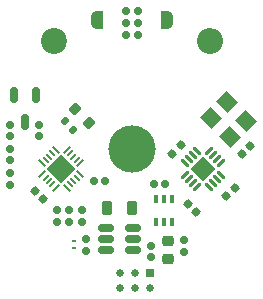
<source format=gts>
G04 #@! TF.GenerationSoftware,KiCad,Pcbnew,8.0.5*
G04 #@! TF.CreationDate,2025-01-04T18:47:14-06:00*
G04 #@! TF.ProjectId,button_transmitter,62757474-6f6e-45f7-9472-616e736d6974,rev?*
G04 #@! TF.SameCoordinates,PX481dea0PY631a57d*
G04 #@! TF.FileFunction,Soldermask,Top*
G04 #@! TF.FilePolarity,Negative*
%FSLAX46Y46*%
G04 Gerber Fmt 4.6, Leading zero omitted, Abs format (unit mm)*
G04 Created by KiCad (PCBNEW 8.0.5) date 2025-01-04 18:47:14*
%MOMM*%
%LPD*%
G01*
G04 APERTURE LIST*
G04 Aperture macros list*
%AMRoundRect*
0 Rectangle with rounded corners*
0 $1 Rounding radius*
0 $2 $3 $4 $5 $6 $7 $8 $9 X,Y pos of 4 corners*
0 Add a 4 corners polygon primitive as box body*
4,1,4,$2,$3,$4,$5,$6,$7,$8,$9,$2,$3,0*
0 Add four circle primitives for the rounded corners*
1,1,$1+$1,$2,$3*
1,1,$1+$1,$4,$5*
1,1,$1+$1,$6,$7*
1,1,$1+$1,$8,$9*
0 Add four rect primitives between the rounded corners*
20,1,$1+$1,$2,$3,$4,$5,0*
20,1,$1+$1,$4,$5,$6,$7,0*
20,1,$1+$1,$6,$7,$8,$9,0*
20,1,$1+$1,$8,$9,$2,$3,0*%
%AMRotRect*
0 Rectangle, with rotation*
0 The origin of the aperture is its center*
0 $1 length*
0 $2 width*
0 $3 Rotation angle, in degrees counterclockwise*
0 Add horizontal line*
21,1,$1,$2,0,0,$3*%
%AMFreePoly0*
4,1,14,0.334644,0.085355,0.385355,0.034644,0.400000,-0.000711,0.400000,-0.050000,0.385355,-0.085355,0.350000,-0.100000,-0.350000,-0.100000,-0.385355,-0.085355,-0.400000,-0.050000,-0.400000,0.050000,-0.385355,0.085355,-0.350000,0.100000,0.299289,0.100000,0.334644,0.085355,0.334644,0.085355,$1*%
%AMFreePoly1*
4,1,14,0.385355,0.085355,0.400000,0.050000,0.400000,0.000711,0.385355,-0.034644,0.334644,-0.085355,0.299289,-0.100000,-0.350000,-0.100000,-0.385355,-0.085355,-0.400000,-0.050000,-0.400000,0.050000,-0.385355,0.085355,-0.350000,0.100000,0.350000,0.100000,0.385355,0.085355,0.385355,0.085355,$1*%
%AMFreePoly2*
4,1,14,0.085355,0.385355,0.100000,0.350000,0.100000,-0.350000,0.085355,-0.385355,0.050000,-0.400000,-0.050000,-0.400000,-0.085355,-0.385355,-0.100000,-0.350000,-0.100000,0.299289,-0.085355,0.334644,-0.034644,0.385355,0.000711,0.400000,0.050000,0.400000,0.085355,0.385355,0.085355,0.385355,$1*%
%AMFreePoly3*
4,1,14,0.034644,0.385355,0.085355,0.334644,0.100000,0.299289,0.100000,-0.350000,0.085355,-0.385355,0.050000,-0.400000,-0.050000,-0.400000,-0.085355,-0.385355,-0.100000,-0.350000,-0.100000,0.350000,-0.085355,0.385355,-0.050000,0.400000,-0.000711,0.400000,0.034644,0.385355,0.034644,0.385355,$1*%
%AMFreePoly4*
4,1,14,0.385355,0.085355,0.400000,0.050000,0.400000,-0.050000,0.385355,-0.085355,0.350000,-0.100000,-0.299289,-0.100000,-0.334644,-0.085355,-0.385355,-0.034644,-0.400000,0.000711,-0.400000,0.050000,-0.385355,0.085355,-0.350000,0.100000,0.350000,0.100000,0.385355,0.085355,0.385355,0.085355,$1*%
%AMFreePoly5*
4,1,14,0.385355,0.085355,0.400000,0.050000,0.400000,-0.050000,0.385355,-0.085355,0.350000,-0.100000,-0.350000,-0.100000,-0.385355,-0.085355,-0.400000,-0.050000,-0.400000,-0.000711,-0.385355,0.034644,-0.334644,0.085355,-0.299289,0.100000,0.350000,0.100000,0.385355,0.085355,0.385355,0.085355,$1*%
%AMFreePoly6*
4,1,14,0.085355,0.385355,0.100000,0.350000,0.100000,-0.299289,0.085355,-0.334644,0.034644,-0.385355,-0.000711,-0.400000,-0.050000,-0.400000,-0.085355,-0.385355,-0.100000,-0.350000,-0.100000,0.350000,-0.085355,0.385355,-0.050000,0.400000,0.050000,0.400000,0.085355,0.385355,0.085355,0.385355,$1*%
%AMFreePoly7*
4,1,14,0.085355,0.385355,0.100000,0.350000,0.100000,-0.350000,0.085355,-0.385355,0.050000,-0.400000,0.000711,-0.400000,-0.034644,-0.385355,-0.085355,-0.334644,-0.100000,-0.299289,-0.100000,0.350000,-0.085355,0.385355,-0.050000,0.400000,0.050000,0.400000,0.085355,0.385355,0.085355,0.385355,$1*%
%AMFreePoly8*
4,1,19,0.500000,-0.750000,0.000000,-0.750000,0.000000,-0.744911,-0.071157,-0.744911,-0.207708,-0.704816,-0.327430,-0.627875,-0.420627,-0.520320,-0.479746,-0.390866,-0.500000,-0.250000,-0.500000,0.250000,-0.479746,0.390866,-0.420627,0.520320,-0.327430,0.627875,-0.207708,0.704816,-0.071157,0.744911,0.000000,0.744911,0.000000,0.750000,0.500000,0.750000,0.500000,-0.750000,0.500000,-0.750000,
$1*%
G04 Aperture macros list end*
%ADD10R,0.635000X0.635000*%
%ADD11C,0.635000*%
%ADD12RoundRect,0.150000X0.035355X-0.247487X0.247487X-0.035355X-0.035355X0.247487X-0.247487X0.035355X0*%
%ADD13RoundRect,0.150000X-0.200000X0.150000X-0.200000X-0.150000X0.200000X-0.150000X0.200000X0.150000X0*%
%ADD14RoundRect,0.150000X0.200000X-0.150000X0.200000X0.150000X-0.200000X0.150000X-0.200000X-0.150000X0*%
%ADD15RoundRect,0.150000X0.150000X0.200000X-0.150000X0.200000X-0.150000X-0.200000X0.150000X-0.200000X0*%
%ADD16RoundRect,0.062500X-0.112500X0.062500X-0.112500X-0.062500X0.112500X-0.062500X0.112500X0.062500X0*%
%ADD17RoundRect,0.225000X-0.250000X0.225000X-0.250000X-0.225000X0.250000X-0.225000X0.250000X0.225000X0*%
%ADD18C,2.200000*%
%ADD19O,2.200000X2.200000*%
%ADD20FreePoly0,45.000000*%
%ADD21RoundRect,0.050000X-0.212132X-0.282843X0.282843X0.212132X0.212132X0.282843X-0.282843X-0.212132X0*%
%ADD22FreePoly1,45.000000*%
%ADD23FreePoly2,45.000000*%
%ADD24RoundRect,0.050000X0.212132X-0.282843X0.282843X-0.212132X-0.212132X0.282843X-0.282843X0.212132X0*%
%ADD25FreePoly3,45.000000*%
%ADD26FreePoly4,45.000000*%
%ADD27FreePoly5,45.000000*%
%ADD28FreePoly6,45.000000*%
%ADD29FreePoly7,45.000000*%
%ADD30RotRect,1.700000X1.700000X45.000000*%
%ADD31RoundRect,0.218750X0.218750X0.381250X-0.218750X0.381250X-0.218750X-0.381250X0.218750X-0.381250X0*%
%ADD32RoundRect,0.150000X-0.247487X-0.035355X-0.035355X-0.247487X0.247487X0.035355X0.035355X0.247487X0*%
%ADD33C,4.000000*%
%ADD34RoundRect,0.100000X0.100000X-0.225000X0.100000X0.225000X-0.100000X0.225000X-0.100000X-0.225000X0*%
%ADD35RoundRect,0.150000X0.247487X0.035355X0.035355X0.247487X-0.247487X-0.035355X-0.035355X-0.247487X0*%
%ADD36RotRect,1.400000X1.200000X315.000000*%
%ADD37RoundRect,0.150000X-0.035355X0.247487X-0.247487X0.035355X0.035355X-0.247487X0.247487X-0.035355X0*%
%ADD38RoundRect,0.150000X-0.150000X0.512500X-0.150000X-0.512500X0.150000X-0.512500X0.150000X0.512500X0*%
%ADD39RoundRect,0.062500X0.220971X0.309359X-0.309359X-0.220971X-0.220971X-0.309359X0.309359X0.220971X0*%
%ADD40RoundRect,0.062500X-0.220971X0.309359X-0.309359X0.220971X0.220971X-0.309359X0.309359X-0.220971X0*%
%ADD41RotRect,1.450000X1.450000X225.000000*%
%ADD42RoundRect,0.150000X-0.512500X-0.150000X0.512500X-0.150000X0.512500X0.150000X-0.512500X0.150000X0*%
%ADD43RoundRect,0.200000X-0.335876X-0.053033X-0.053033X-0.335876X0.335876X0.053033X0.053033X0.335876X0*%
%ADD44RoundRect,0.135000X-0.226274X-0.035355X-0.035355X-0.226274X0.226274X0.035355X0.035355X0.226274X0*%
%ADD45RoundRect,0.150000X-0.150000X-0.200000X0.150000X-0.200000X0.150000X0.200000X-0.150000X0.200000X0*%
%ADD46C,0.600000*%
%ADD47FreePoly8,0.000000*%
%ADD48FreePoly8,180.000000*%
G04 APERTURE END LIST*
D10*
X1500000Y-10488075D03*
D11*
X1500000Y-11758076D03*
X229999Y-10488075D03*
X230002Y-11758075D03*
X-1040001Y-10488076D03*
X-1040001Y-11758075D03*
D12*
X9296447Y-396627D03*
X10003553Y310477D03*
D13*
X-6360003Y-5165575D03*
X-6359999Y-6165575D03*
D14*
X-10300000Y-948073D03*
X-10300000Y21923D03*
D15*
X2820000Y-2973077D03*
X1820000Y-2973073D03*
D16*
X-4957502Y-7798071D03*
X-4957502Y-8348071D03*
D15*
X-2250000Y-2723076D03*
X-3250000Y-2723074D03*
D13*
X1630001Y-8155575D03*
X1629999Y-9150575D03*
D17*
X3050000Y-7768075D03*
X3050000Y-9318075D03*
D18*
X-6630000Y9156925D03*
D19*
X6610000Y9156925D03*
D20*
X-7590990Y-2112695D03*
D21*
X-7308148Y-2395537D03*
X-7025304Y-2678379D03*
X-6742462Y-2961223D03*
D22*
X-6459620Y-3244065D03*
D23*
X-5540380Y-3244065D03*
D24*
X-5257538Y-2961223D03*
X-4974696Y-2678379D03*
X-4691852Y-2395537D03*
D25*
X-4409010Y-2112695D03*
D26*
X-4409010Y-1193455D03*
D21*
X-4691852Y-910613D03*
X-4974696Y-627771D03*
X-5257538Y-344927D03*
D27*
X-5540380Y-62085D03*
D28*
X-6459620Y-62085D03*
D24*
X-6742462Y-344927D03*
X-7025304Y-627771D03*
X-7308148Y-910613D03*
D29*
X-7590990Y-1193455D03*
D30*
X-6000000Y-1653075D03*
D31*
X-7500Y-4963075D03*
X-2132500Y-4963075D03*
D32*
X4736447Y-4609521D03*
X5443553Y-5316629D03*
D14*
X-10292501Y1089425D03*
X-10292499Y2084425D03*
D33*
X0Y0D03*
D13*
X-10300001Y-2035576D03*
X-10299999Y-3030574D03*
D14*
X-5320000Y-6150575D03*
X-5320000Y-5180575D03*
D34*
X2057500Y-6123075D03*
X2707500Y-6123075D03*
X3357500Y-6123075D03*
X3357500Y-4223075D03*
X2707500Y-4223075D03*
X2057500Y-4223075D03*
D13*
X4380002Y-7675575D03*
X4380000Y-8670575D03*
D35*
X-7526447Y-4206629D03*
X-8233553Y-3499521D03*
D36*
X6702755Y2686024D03*
X8329099Y1059680D03*
X9637245Y2367826D03*
X8010901Y3994170D03*
D37*
X8673553Y-3269523D03*
X7966447Y-3976627D03*
D13*
X-7842499Y2084425D03*
X-7842501Y1089425D03*
D15*
X507499Y11696924D03*
X-487501Y11696926D03*
D38*
X-8110000Y4594425D03*
X-10010000Y4594425D03*
X-9060000Y2319425D03*
D39*
X7546797Y-1186941D03*
X7193242Y-833385D03*
X6839692Y-479832D03*
X6486134Y-126278D03*
D40*
X5513866Y-126278D03*
X5160310Y-479833D03*
X4806757Y-833383D03*
X4453203Y-1186941D03*
D39*
X4453203Y-2159209D03*
X4806758Y-2512765D03*
X5160308Y-2866318D03*
X5513866Y-3219872D03*
D40*
X6486134Y-3219872D03*
X6839690Y-2866317D03*
X7193243Y-2512767D03*
X7546797Y-2159209D03*
D41*
X6000000Y-1673075D03*
D14*
X-4270000Y-6153074D03*
X-4269998Y-5158076D03*
D42*
X-2205000Y-6653075D03*
X-2205000Y-7603075D03*
X-2205000Y-8553075D03*
X70000Y-8553075D03*
X70000Y-7603075D03*
X70000Y-6653075D03*
D43*
X-4833363Y3380288D03*
X-3666637Y2213562D03*
D37*
X4101785Y328710D03*
X3398215Y-374860D03*
D14*
X-3897500Y-8573072D03*
X-3897500Y-7573072D03*
D15*
X497500Y9636924D03*
X-497500Y9636926D03*
D44*
X-5680623Y2367549D03*
X-4959377Y1646301D03*
D45*
X-500000Y10666925D03*
X500000Y10666925D03*
D46*
X-3000000Y10926925D03*
D47*
X-3000000Y10926925D03*
D46*
X3000000Y10926925D03*
D48*
X3000000Y10926925D03*
M02*

</source>
